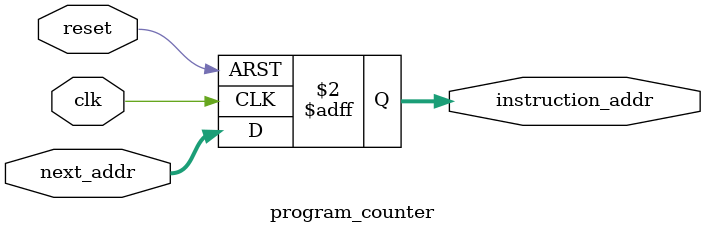
<source format=sv>
module program_counter #(
    parameter int ADDRESS_WIDTH = 8
)(
    input logic clk, reset,
    input logic [ADDRESS_WIDTH-1:0] next_addr,
    output logic [ADDRESS_WIDTH-1:0] instruction_addr
    );
    always_ff @(posedge clk or posedge reset) begin
        if (reset) instruction_addr <= '0;
        else instruction_addr <= next_addr;
    end
endmodule

</source>
